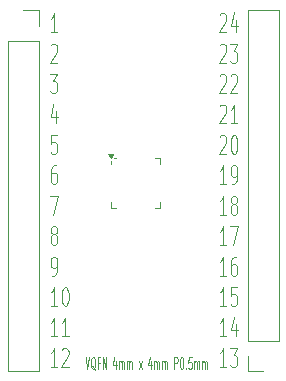
<source format=gbr>
%TF.GenerationSoftware,KiCad,Pcbnew,8.0.1-8.0.1-1~ubuntu22.04.1*%
%TF.CreationDate,2024-04-25T02:14:33+01:00*%
%TF.ProjectId,VQFN_breakout,5651464e-5f62-4726-9561-6b6f75742e6b,rev?*%
%TF.SameCoordinates,Original*%
%TF.FileFunction,Legend,Top*%
%TF.FilePolarity,Positive*%
%FSLAX46Y46*%
G04 Gerber Fmt 4.6, Leading zero omitted, Abs format (unit mm)*
G04 Created by KiCad (PCBNEW 8.0.1-8.0.1-1~ubuntu22.04.1) date 2024-04-25 02:14:33*
%MOMM*%
%LPD*%
G01*
G04 APERTURE LIST*
%ADD10C,0.100000*%
%ADD11C,0.120000*%
G04 APERTURE END LIST*
D10*
X143616265Y-103256361D02*
X143663884Y-103180170D01*
X143663884Y-103180170D02*
X143759122Y-103103980D01*
X143759122Y-103103980D02*
X143997217Y-103103980D01*
X143997217Y-103103980D02*
X144092455Y-103180170D01*
X144092455Y-103180170D02*
X144140074Y-103256361D01*
X144140074Y-103256361D02*
X144187693Y-103408742D01*
X144187693Y-103408742D02*
X144187693Y-103561123D01*
X144187693Y-103561123D02*
X144140074Y-103789694D01*
X144140074Y-103789694D02*
X143568646Y-104703980D01*
X143568646Y-104703980D02*
X144187693Y-104703980D01*
X145044836Y-103637313D02*
X145044836Y-104703980D01*
X144806741Y-103027790D02*
X144568646Y-104170647D01*
X144568646Y-104170647D02*
X145187693Y-104170647D01*
X143616265Y-105832271D02*
X143663884Y-105756080D01*
X143663884Y-105756080D02*
X143759122Y-105679890D01*
X143759122Y-105679890D02*
X143997217Y-105679890D01*
X143997217Y-105679890D02*
X144092455Y-105756080D01*
X144092455Y-105756080D02*
X144140074Y-105832271D01*
X144140074Y-105832271D02*
X144187693Y-105984652D01*
X144187693Y-105984652D02*
X144187693Y-106137033D01*
X144187693Y-106137033D02*
X144140074Y-106365604D01*
X144140074Y-106365604D02*
X143568646Y-107279890D01*
X143568646Y-107279890D02*
X144187693Y-107279890D01*
X144521027Y-105679890D02*
X145140074Y-105679890D01*
X145140074Y-105679890D02*
X144806741Y-106289414D01*
X144806741Y-106289414D02*
X144949598Y-106289414D01*
X144949598Y-106289414D02*
X145044836Y-106365604D01*
X145044836Y-106365604D02*
X145092455Y-106441795D01*
X145092455Y-106441795D02*
X145140074Y-106594176D01*
X145140074Y-106594176D02*
X145140074Y-106975128D01*
X145140074Y-106975128D02*
X145092455Y-107127509D01*
X145092455Y-107127509D02*
X145044836Y-107203700D01*
X145044836Y-107203700D02*
X144949598Y-107279890D01*
X144949598Y-107279890D02*
X144663884Y-107279890D01*
X144663884Y-107279890D02*
X144568646Y-107203700D01*
X144568646Y-107203700D02*
X144521027Y-107127509D01*
X143616265Y-108408181D02*
X143663884Y-108331990D01*
X143663884Y-108331990D02*
X143759122Y-108255800D01*
X143759122Y-108255800D02*
X143997217Y-108255800D01*
X143997217Y-108255800D02*
X144092455Y-108331990D01*
X144092455Y-108331990D02*
X144140074Y-108408181D01*
X144140074Y-108408181D02*
X144187693Y-108560562D01*
X144187693Y-108560562D02*
X144187693Y-108712943D01*
X144187693Y-108712943D02*
X144140074Y-108941514D01*
X144140074Y-108941514D02*
X143568646Y-109855800D01*
X143568646Y-109855800D02*
X144187693Y-109855800D01*
X144568646Y-108408181D02*
X144616265Y-108331990D01*
X144616265Y-108331990D02*
X144711503Y-108255800D01*
X144711503Y-108255800D02*
X144949598Y-108255800D01*
X144949598Y-108255800D02*
X145044836Y-108331990D01*
X145044836Y-108331990D02*
X145092455Y-108408181D01*
X145092455Y-108408181D02*
X145140074Y-108560562D01*
X145140074Y-108560562D02*
X145140074Y-108712943D01*
X145140074Y-108712943D02*
X145092455Y-108941514D01*
X145092455Y-108941514D02*
X144521027Y-109855800D01*
X144521027Y-109855800D02*
X145140074Y-109855800D01*
X143616265Y-110984091D02*
X143663884Y-110907900D01*
X143663884Y-110907900D02*
X143759122Y-110831710D01*
X143759122Y-110831710D02*
X143997217Y-110831710D01*
X143997217Y-110831710D02*
X144092455Y-110907900D01*
X144092455Y-110907900D02*
X144140074Y-110984091D01*
X144140074Y-110984091D02*
X144187693Y-111136472D01*
X144187693Y-111136472D02*
X144187693Y-111288853D01*
X144187693Y-111288853D02*
X144140074Y-111517424D01*
X144140074Y-111517424D02*
X143568646Y-112431710D01*
X143568646Y-112431710D02*
X144187693Y-112431710D01*
X145140074Y-112431710D02*
X144568646Y-112431710D01*
X144854360Y-112431710D02*
X144854360Y-110831710D01*
X144854360Y-110831710D02*
X144759122Y-111060281D01*
X144759122Y-111060281D02*
X144663884Y-111212662D01*
X144663884Y-111212662D02*
X144568646Y-111288853D01*
X143616265Y-113560001D02*
X143663884Y-113483810D01*
X143663884Y-113483810D02*
X143759122Y-113407620D01*
X143759122Y-113407620D02*
X143997217Y-113407620D01*
X143997217Y-113407620D02*
X144092455Y-113483810D01*
X144092455Y-113483810D02*
X144140074Y-113560001D01*
X144140074Y-113560001D02*
X144187693Y-113712382D01*
X144187693Y-113712382D02*
X144187693Y-113864763D01*
X144187693Y-113864763D02*
X144140074Y-114093334D01*
X144140074Y-114093334D02*
X143568646Y-115007620D01*
X143568646Y-115007620D02*
X144187693Y-115007620D01*
X144806741Y-113407620D02*
X144901979Y-113407620D01*
X144901979Y-113407620D02*
X144997217Y-113483810D01*
X144997217Y-113483810D02*
X145044836Y-113560001D01*
X145044836Y-113560001D02*
X145092455Y-113712382D01*
X145092455Y-113712382D02*
X145140074Y-114017144D01*
X145140074Y-114017144D02*
X145140074Y-114398096D01*
X145140074Y-114398096D02*
X145092455Y-114702858D01*
X145092455Y-114702858D02*
X145044836Y-114855239D01*
X145044836Y-114855239D02*
X144997217Y-114931430D01*
X144997217Y-114931430D02*
X144901979Y-115007620D01*
X144901979Y-115007620D02*
X144806741Y-115007620D01*
X144806741Y-115007620D02*
X144711503Y-114931430D01*
X144711503Y-114931430D02*
X144663884Y-114855239D01*
X144663884Y-114855239D02*
X144616265Y-114702858D01*
X144616265Y-114702858D02*
X144568646Y-114398096D01*
X144568646Y-114398096D02*
X144568646Y-114017144D01*
X144568646Y-114017144D02*
X144616265Y-113712382D01*
X144616265Y-113712382D02*
X144663884Y-113560001D01*
X144663884Y-113560001D02*
X144711503Y-113483810D01*
X144711503Y-113483810D02*
X144806741Y-113407620D01*
X144187693Y-117583530D02*
X143616265Y-117583530D01*
X143901979Y-117583530D02*
X143901979Y-115983530D01*
X143901979Y-115983530D02*
X143806741Y-116212101D01*
X143806741Y-116212101D02*
X143711503Y-116364482D01*
X143711503Y-116364482D02*
X143616265Y-116440673D01*
X144663884Y-117583530D02*
X144854360Y-117583530D01*
X144854360Y-117583530D02*
X144949598Y-117507340D01*
X144949598Y-117507340D02*
X144997217Y-117431149D01*
X144997217Y-117431149D02*
X145092455Y-117202578D01*
X145092455Y-117202578D02*
X145140074Y-116897816D01*
X145140074Y-116897816D02*
X145140074Y-116288292D01*
X145140074Y-116288292D02*
X145092455Y-116135911D01*
X145092455Y-116135911D02*
X145044836Y-116059720D01*
X145044836Y-116059720D02*
X144949598Y-115983530D01*
X144949598Y-115983530D02*
X144759122Y-115983530D01*
X144759122Y-115983530D02*
X144663884Y-116059720D01*
X144663884Y-116059720D02*
X144616265Y-116135911D01*
X144616265Y-116135911D02*
X144568646Y-116288292D01*
X144568646Y-116288292D02*
X144568646Y-116669244D01*
X144568646Y-116669244D02*
X144616265Y-116821625D01*
X144616265Y-116821625D02*
X144663884Y-116897816D01*
X144663884Y-116897816D02*
X144759122Y-116974006D01*
X144759122Y-116974006D02*
X144949598Y-116974006D01*
X144949598Y-116974006D02*
X145044836Y-116897816D01*
X145044836Y-116897816D02*
X145092455Y-116821625D01*
X145092455Y-116821625D02*
X145140074Y-116669244D01*
X144187693Y-120159440D02*
X143616265Y-120159440D01*
X143901979Y-120159440D02*
X143901979Y-118559440D01*
X143901979Y-118559440D02*
X143806741Y-118788011D01*
X143806741Y-118788011D02*
X143711503Y-118940392D01*
X143711503Y-118940392D02*
X143616265Y-119016583D01*
X144759122Y-119245154D02*
X144663884Y-119168964D01*
X144663884Y-119168964D02*
X144616265Y-119092773D01*
X144616265Y-119092773D02*
X144568646Y-118940392D01*
X144568646Y-118940392D02*
X144568646Y-118864202D01*
X144568646Y-118864202D02*
X144616265Y-118711821D01*
X144616265Y-118711821D02*
X144663884Y-118635630D01*
X144663884Y-118635630D02*
X144759122Y-118559440D01*
X144759122Y-118559440D02*
X144949598Y-118559440D01*
X144949598Y-118559440D02*
X145044836Y-118635630D01*
X145044836Y-118635630D02*
X145092455Y-118711821D01*
X145092455Y-118711821D02*
X145140074Y-118864202D01*
X145140074Y-118864202D02*
X145140074Y-118940392D01*
X145140074Y-118940392D02*
X145092455Y-119092773D01*
X145092455Y-119092773D02*
X145044836Y-119168964D01*
X145044836Y-119168964D02*
X144949598Y-119245154D01*
X144949598Y-119245154D02*
X144759122Y-119245154D01*
X144759122Y-119245154D02*
X144663884Y-119321345D01*
X144663884Y-119321345D02*
X144616265Y-119397535D01*
X144616265Y-119397535D02*
X144568646Y-119549916D01*
X144568646Y-119549916D02*
X144568646Y-119854678D01*
X144568646Y-119854678D02*
X144616265Y-120007059D01*
X144616265Y-120007059D02*
X144663884Y-120083250D01*
X144663884Y-120083250D02*
X144759122Y-120159440D01*
X144759122Y-120159440D02*
X144949598Y-120159440D01*
X144949598Y-120159440D02*
X145044836Y-120083250D01*
X145044836Y-120083250D02*
X145092455Y-120007059D01*
X145092455Y-120007059D02*
X145140074Y-119854678D01*
X145140074Y-119854678D02*
X145140074Y-119549916D01*
X145140074Y-119549916D02*
X145092455Y-119397535D01*
X145092455Y-119397535D02*
X145044836Y-119321345D01*
X145044836Y-119321345D02*
X144949598Y-119245154D01*
X144187693Y-122735350D02*
X143616265Y-122735350D01*
X143901979Y-122735350D02*
X143901979Y-121135350D01*
X143901979Y-121135350D02*
X143806741Y-121363921D01*
X143806741Y-121363921D02*
X143711503Y-121516302D01*
X143711503Y-121516302D02*
X143616265Y-121592493D01*
X144521027Y-121135350D02*
X145187693Y-121135350D01*
X145187693Y-121135350D02*
X144759122Y-122735350D01*
X144187693Y-125311260D02*
X143616265Y-125311260D01*
X143901979Y-125311260D02*
X143901979Y-123711260D01*
X143901979Y-123711260D02*
X143806741Y-123939831D01*
X143806741Y-123939831D02*
X143711503Y-124092212D01*
X143711503Y-124092212D02*
X143616265Y-124168403D01*
X145044836Y-123711260D02*
X144854360Y-123711260D01*
X144854360Y-123711260D02*
X144759122Y-123787450D01*
X144759122Y-123787450D02*
X144711503Y-123863641D01*
X144711503Y-123863641D02*
X144616265Y-124092212D01*
X144616265Y-124092212D02*
X144568646Y-124396974D01*
X144568646Y-124396974D02*
X144568646Y-125006498D01*
X144568646Y-125006498D02*
X144616265Y-125158879D01*
X144616265Y-125158879D02*
X144663884Y-125235070D01*
X144663884Y-125235070D02*
X144759122Y-125311260D01*
X144759122Y-125311260D02*
X144949598Y-125311260D01*
X144949598Y-125311260D02*
X145044836Y-125235070D01*
X145044836Y-125235070D02*
X145092455Y-125158879D01*
X145092455Y-125158879D02*
X145140074Y-125006498D01*
X145140074Y-125006498D02*
X145140074Y-124625546D01*
X145140074Y-124625546D02*
X145092455Y-124473165D01*
X145092455Y-124473165D02*
X145044836Y-124396974D01*
X145044836Y-124396974D02*
X144949598Y-124320784D01*
X144949598Y-124320784D02*
X144759122Y-124320784D01*
X144759122Y-124320784D02*
X144663884Y-124396974D01*
X144663884Y-124396974D02*
X144616265Y-124473165D01*
X144616265Y-124473165D02*
X144568646Y-124625546D01*
X144187693Y-127887170D02*
X143616265Y-127887170D01*
X143901979Y-127887170D02*
X143901979Y-126287170D01*
X143901979Y-126287170D02*
X143806741Y-126515741D01*
X143806741Y-126515741D02*
X143711503Y-126668122D01*
X143711503Y-126668122D02*
X143616265Y-126744313D01*
X145092455Y-126287170D02*
X144616265Y-126287170D01*
X144616265Y-126287170D02*
X144568646Y-127049075D01*
X144568646Y-127049075D02*
X144616265Y-126972884D01*
X144616265Y-126972884D02*
X144711503Y-126896694D01*
X144711503Y-126896694D02*
X144949598Y-126896694D01*
X144949598Y-126896694D02*
X145044836Y-126972884D01*
X145044836Y-126972884D02*
X145092455Y-127049075D01*
X145092455Y-127049075D02*
X145140074Y-127201456D01*
X145140074Y-127201456D02*
X145140074Y-127582408D01*
X145140074Y-127582408D02*
X145092455Y-127734789D01*
X145092455Y-127734789D02*
X145044836Y-127810980D01*
X145044836Y-127810980D02*
X144949598Y-127887170D01*
X144949598Y-127887170D02*
X144711503Y-127887170D01*
X144711503Y-127887170D02*
X144616265Y-127810980D01*
X144616265Y-127810980D02*
X144568646Y-127734789D01*
X144187693Y-130463080D02*
X143616265Y-130463080D01*
X143901979Y-130463080D02*
X143901979Y-128863080D01*
X143901979Y-128863080D02*
X143806741Y-129091651D01*
X143806741Y-129091651D02*
X143711503Y-129244032D01*
X143711503Y-129244032D02*
X143616265Y-129320223D01*
X145044836Y-129396413D02*
X145044836Y-130463080D01*
X144806741Y-128786890D02*
X144568646Y-129929747D01*
X144568646Y-129929747D02*
X145187693Y-129929747D01*
X144187693Y-133038990D02*
X143616265Y-133038990D01*
X143901979Y-133038990D02*
X143901979Y-131438990D01*
X143901979Y-131438990D02*
X143806741Y-131667561D01*
X143806741Y-131667561D02*
X143711503Y-131819942D01*
X143711503Y-131819942D02*
X143616265Y-131896133D01*
X144521027Y-131438990D02*
X145140074Y-131438990D01*
X145140074Y-131438990D02*
X144806741Y-132048514D01*
X144806741Y-132048514D02*
X144949598Y-132048514D01*
X144949598Y-132048514D02*
X145044836Y-132124704D01*
X145044836Y-132124704D02*
X145092455Y-132200895D01*
X145092455Y-132200895D02*
X145140074Y-132353276D01*
X145140074Y-132353276D02*
X145140074Y-132734228D01*
X145140074Y-132734228D02*
X145092455Y-132886609D01*
X145092455Y-132886609D02*
X145044836Y-132962800D01*
X145044836Y-132962800D02*
X144949598Y-133038990D01*
X144949598Y-133038990D02*
X144663884Y-133038990D01*
X144663884Y-133038990D02*
X144568646Y-132962800D01*
X144568646Y-132962800D02*
X144521027Y-132886609D01*
X129887693Y-104703980D02*
X129316265Y-104703980D01*
X129601979Y-104703980D02*
X129601979Y-103103980D01*
X129601979Y-103103980D02*
X129506741Y-103332551D01*
X129506741Y-103332551D02*
X129411503Y-103484932D01*
X129411503Y-103484932D02*
X129316265Y-103561123D01*
X129316265Y-105832271D02*
X129363884Y-105756080D01*
X129363884Y-105756080D02*
X129459122Y-105679890D01*
X129459122Y-105679890D02*
X129697217Y-105679890D01*
X129697217Y-105679890D02*
X129792455Y-105756080D01*
X129792455Y-105756080D02*
X129840074Y-105832271D01*
X129840074Y-105832271D02*
X129887693Y-105984652D01*
X129887693Y-105984652D02*
X129887693Y-106137033D01*
X129887693Y-106137033D02*
X129840074Y-106365604D01*
X129840074Y-106365604D02*
X129268646Y-107279890D01*
X129268646Y-107279890D02*
X129887693Y-107279890D01*
X129268646Y-108255800D02*
X129887693Y-108255800D01*
X129887693Y-108255800D02*
X129554360Y-108865324D01*
X129554360Y-108865324D02*
X129697217Y-108865324D01*
X129697217Y-108865324D02*
X129792455Y-108941514D01*
X129792455Y-108941514D02*
X129840074Y-109017705D01*
X129840074Y-109017705D02*
X129887693Y-109170086D01*
X129887693Y-109170086D02*
X129887693Y-109551038D01*
X129887693Y-109551038D02*
X129840074Y-109703419D01*
X129840074Y-109703419D02*
X129792455Y-109779610D01*
X129792455Y-109779610D02*
X129697217Y-109855800D01*
X129697217Y-109855800D02*
X129411503Y-109855800D01*
X129411503Y-109855800D02*
X129316265Y-109779610D01*
X129316265Y-109779610D02*
X129268646Y-109703419D01*
X129792455Y-111365043D02*
X129792455Y-112431710D01*
X129554360Y-110755520D02*
X129316265Y-111898377D01*
X129316265Y-111898377D02*
X129935312Y-111898377D01*
X129840074Y-113407620D02*
X129363884Y-113407620D01*
X129363884Y-113407620D02*
X129316265Y-114169525D01*
X129316265Y-114169525D02*
X129363884Y-114093334D01*
X129363884Y-114093334D02*
X129459122Y-114017144D01*
X129459122Y-114017144D02*
X129697217Y-114017144D01*
X129697217Y-114017144D02*
X129792455Y-114093334D01*
X129792455Y-114093334D02*
X129840074Y-114169525D01*
X129840074Y-114169525D02*
X129887693Y-114321906D01*
X129887693Y-114321906D02*
X129887693Y-114702858D01*
X129887693Y-114702858D02*
X129840074Y-114855239D01*
X129840074Y-114855239D02*
X129792455Y-114931430D01*
X129792455Y-114931430D02*
X129697217Y-115007620D01*
X129697217Y-115007620D02*
X129459122Y-115007620D01*
X129459122Y-115007620D02*
X129363884Y-114931430D01*
X129363884Y-114931430D02*
X129316265Y-114855239D01*
X129792455Y-115983530D02*
X129601979Y-115983530D01*
X129601979Y-115983530D02*
X129506741Y-116059720D01*
X129506741Y-116059720D02*
X129459122Y-116135911D01*
X129459122Y-116135911D02*
X129363884Y-116364482D01*
X129363884Y-116364482D02*
X129316265Y-116669244D01*
X129316265Y-116669244D02*
X129316265Y-117278768D01*
X129316265Y-117278768D02*
X129363884Y-117431149D01*
X129363884Y-117431149D02*
X129411503Y-117507340D01*
X129411503Y-117507340D02*
X129506741Y-117583530D01*
X129506741Y-117583530D02*
X129697217Y-117583530D01*
X129697217Y-117583530D02*
X129792455Y-117507340D01*
X129792455Y-117507340D02*
X129840074Y-117431149D01*
X129840074Y-117431149D02*
X129887693Y-117278768D01*
X129887693Y-117278768D02*
X129887693Y-116897816D01*
X129887693Y-116897816D02*
X129840074Y-116745435D01*
X129840074Y-116745435D02*
X129792455Y-116669244D01*
X129792455Y-116669244D02*
X129697217Y-116593054D01*
X129697217Y-116593054D02*
X129506741Y-116593054D01*
X129506741Y-116593054D02*
X129411503Y-116669244D01*
X129411503Y-116669244D02*
X129363884Y-116745435D01*
X129363884Y-116745435D02*
X129316265Y-116897816D01*
X129268646Y-118559440D02*
X129935312Y-118559440D01*
X129935312Y-118559440D02*
X129506741Y-120159440D01*
X129506741Y-121821064D02*
X129411503Y-121744874D01*
X129411503Y-121744874D02*
X129363884Y-121668683D01*
X129363884Y-121668683D02*
X129316265Y-121516302D01*
X129316265Y-121516302D02*
X129316265Y-121440112D01*
X129316265Y-121440112D02*
X129363884Y-121287731D01*
X129363884Y-121287731D02*
X129411503Y-121211540D01*
X129411503Y-121211540D02*
X129506741Y-121135350D01*
X129506741Y-121135350D02*
X129697217Y-121135350D01*
X129697217Y-121135350D02*
X129792455Y-121211540D01*
X129792455Y-121211540D02*
X129840074Y-121287731D01*
X129840074Y-121287731D02*
X129887693Y-121440112D01*
X129887693Y-121440112D02*
X129887693Y-121516302D01*
X129887693Y-121516302D02*
X129840074Y-121668683D01*
X129840074Y-121668683D02*
X129792455Y-121744874D01*
X129792455Y-121744874D02*
X129697217Y-121821064D01*
X129697217Y-121821064D02*
X129506741Y-121821064D01*
X129506741Y-121821064D02*
X129411503Y-121897255D01*
X129411503Y-121897255D02*
X129363884Y-121973445D01*
X129363884Y-121973445D02*
X129316265Y-122125826D01*
X129316265Y-122125826D02*
X129316265Y-122430588D01*
X129316265Y-122430588D02*
X129363884Y-122582969D01*
X129363884Y-122582969D02*
X129411503Y-122659160D01*
X129411503Y-122659160D02*
X129506741Y-122735350D01*
X129506741Y-122735350D02*
X129697217Y-122735350D01*
X129697217Y-122735350D02*
X129792455Y-122659160D01*
X129792455Y-122659160D02*
X129840074Y-122582969D01*
X129840074Y-122582969D02*
X129887693Y-122430588D01*
X129887693Y-122430588D02*
X129887693Y-122125826D01*
X129887693Y-122125826D02*
X129840074Y-121973445D01*
X129840074Y-121973445D02*
X129792455Y-121897255D01*
X129792455Y-121897255D02*
X129697217Y-121821064D01*
X129411503Y-125311260D02*
X129601979Y-125311260D01*
X129601979Y-125311260D02*
X129697217Y-125235070D01*
X129697217Y-125235070D02*
X129744836Y-125158879D01*
X129744836Y-125158879D02*
X129840074Y-124930308D01*
X129840074Y-124930308D02*
X129887693Y-124625546D01*
X129887693Y-124625546D02*
X129887693Y-124016022D01*
X129887693Y-124016022D02*
X129840074Y-123863641D01*
X129840074Y-123863641D02*
X129792455Y-123787450D01*
X129792455Y-123787450D02*
X129697217Y-123711260D01*
X129697217Y-123711260D02*
X129506741Y-123711260D01*
X129506741Y-123711260D02*
X129411503Y-123787450D01*
X129411503Y-123787450D02*
X129363884Y-123863641D01*
X129363884Y-123863641D02*
X129316265Y-124016022D01*
X129316265Y-124016022D02*
X129316265Y-124396974D01*
X129316265Y-124396974D02*
X129363884Y-124549355D01*
X129363884Y-124549355D02*
X129411503Y-124625546D01*
X129411503Y-124625546D02*
X129506741Y-124701736D01*
X129506741Y-124701736D02*
X129697217Y-124701736D01*
X129697217Y-124701736D02*
X129792455Y-124625546D01*
X129792455Y-124625546D02*
X129840074Y-124549355D01*
X129840074Y-124549355D02*
X129887693Y-124396974D01*
X129887693Y-127887170D02*
X129316265Y-127887170D01*
X129601979Y-127887170D02*
X129601979Y-126287170D01*
X129601979Y-126287170D02*
X129506741Y-126515741D01*
X129506741Y-126515741D02*
X129411503Y-126668122D01*
X129411503Y-126668122D02*
X129316265Y-126744313D01*
X130506741Y-126287170D02*
X130601979Y-126287170D01*
X130601979Y-126287170D02*
X130697217Y-126363360D01*
X130697217Y-126363360D02*
X130744836Y-126439551D01*
X130744836Y-126439551D02*
X130792455Y-126591932D01*
X130792455Y-126591932D02*
X130840074Y-126896694D01*
X130840074Y-126896694D02*
X130840074Y-127277646D01*
X130840074Y-127277646D02*
X130792455Y-127582408D01*
X130792455Y-127582408D02*
X130744836Y-127734789D01*
X130744836Y-127734789D02*
X130697217Y-127810980D01*
X130697217Y-127810980D02*
X130601979Y-127887170D01*
X130601979Y-127887170D02*
X130506741Y-127887170D01*
X130506741Y-127887170D02*
X130411503Y-127810980D01*
X130411503Y-127810980D02*
X130363884Y-127734789D01*
X130363884Y-127734789D02*
X130316265Y-127582408D01*
X130316265Y-127582408D02*
X130268646Y-127277646D01*
X130268646Y-127277646D02*
X130268646Y-126896694D01*
X130268646Y-126896694D02*
X130316265Y-126591932D01*
X130316265Y-126591932D02*
X130363884Y-126439551D01*
X130363884Y-126439551D02*
X130411503Y-126363360D01*
X130411503Y-126363360D02*
X130506741Y-126287170D01*
X129887693Y-130463080D02*
X129316265Y-130463080D01*
X129601979Y-130463080D02*
X129601979Y-128863080D01*
X129601979Y-128863080D02*
X129506741Y-129091651D01*
X129506741Y-129091651D02*
X129411503Y-129244032D01*
X129411503Y-129244032D02*
X129316265Y-129320223D01*
X130840074Y-130463080D02*
X130268646Y-130463080D01*
X130554360Y-130463080D02*
X130554360Y-128863080D01*
X130554360Y-128863080D02*
X130459122Y-129091651D01*
X130459122Y-129091651D02*
X130363884Y-129244032D01*
X130363884Y-129244032D02*
X130268646Y-129320223D01*
X129887693Y-133038990D02*
X129316265Y-133038990D01*
X129601979Y-133038990D02*
X129601979Y-131438990D01*
X129601979Y-131438990D02*
X129506741Y-131667561D01*
X129506741Y-131667561D02*
X129411503Y-131819942D01*
X129411503Y-131819942D02*
X129316265Y-131896133D01*
X130268646Y-131591371D02*
X130316265Y-131515180D01*
X130316265Y-131515180D02*
X130411503Y-131438990D01*
X130411503Y-131438990D02*
X130649598Y-131438990D01*
X130649598Y-131438990D02*
X130744836Y-131515180D01*
X130744836Y-131515180D02*
X130792455Y-131591371D01*
X130792455Y-131591371D02*
X130840074Y-131743752D01*
X130840074Y-131743752D02*
X130840074Y-131896133D01*
X130840074Y-131896133D02*
X130792455Y-132124704D01*
X130792455Y-132124704D02*
X130221027Y-133038990D01*
X130221027Y-133038990D02*
X130840074Y-133038990D01*
X132273408Y-132212419D02*
X132440074Y-133212419D01*
X132440074Y-133212419D02*
X132606741Y-132212419D01*
X133106740Y-133307657D02*
X133059121Y-133260038D01*
X133059121Y-133260038D02*
X133011502Y-133164800D01*
X133011502Y-133164800D02*
X132940074Y-133021942D01*
X132940074Y-133021942D02*
X132892455Y-132974323D01*
X132892455Y-132974323D02*
X132844836Y-132974323D01*
X132868645Y-133212419D02*
X132821026Y-133164800D01*
X132821026Y-133164800D02*
X132773407Y-133069561D01*
X132773407Y-133069561D02*
X132749598Y-132879085D01*
X132749598Y-132879085D02*
X132749598Y-132545752D01*
X132749598Y-132545752D02*
X132773407Y-132355276D01*
X132773407Y-132355276D02*
X132821026Y-132260038D01*
X132821026Y-132260038D02*
X132868645Y-132212419D01*
X132868645Y-132212419D02*
X132963883Y-132212419D01*
X132963883Y-132212419D02*
X133011502Y-132260038D01*
X133011502Y-132260038D02*
X133059121Y-132355276D01*
X133059121Y-132355276D02*
X133082931Y-132545752D01*
X133082931Y-132545752D02*
X133082931Y-132879085D01*
X133082931Y-132879085D02*
X133059121Y-133069561D01*
X133059121Y-133069561D02*
X133011502Y-133164800D01*
X133011502Y-133164800D02*
X132963883Y-133212419D01*
X132963883Y-133212419D02*
X132868645Y-133212419D01*
X133463884Y-132688609D02*
X133297217Y-132688609D01*
X133297217Y-133212419D02*
X133297217Y-132212419D01*
X133297217Y-132212419D02*
X133535312Y-132212419D01*
X133725788Y-133212419D02*
X133725788Y-132212419D01*
X133725788Y-132212419D02*
X134011502Y-133212419D01*
X134011502Y-133212419D02*
X134011502Y-132212419D01*
X134844836Y-132545752D02*
X134844836Y-133212419D01*
X134725788Y-132164800D02*
X134606741Y-132879085D01*
X134606741Y-132879085D02*
X134916264Y-132879085D01*
X135106740Y-133212419D02*
X135106740Y-132545752D01*
X135106740Y-132640990D02*
X135130550Y-132593371D01*
X135130550Y-132593371D02*
X135178169Y-132545752D01*
X135178169Y-132545752D02*
X135249597Y-132545752D01*
X135249597Y-132545752D02*
X135297216Y-132593371D01*
X135297216Y-132593371D02*
X135321026Y-132688609D01*
X135321026Y-132688609D02*
X135321026Y-133212419D01*
X135321026Y-132688609D02*
X135344835Y-132593371D01*
X135344835Y-132593371D02*
X135392454Y-132545752D01*
X135392454Y-132545752D02*
X135463883Y-132545752D01*
X135463883Y-132545752D02*
X135511502Y-132593371D01*
X135511502Y-132593371D02*
X135535312Y-132688609D01*
X135535312Y-132688609D02*
X135535312Y-133212419D01*
X135773407Y-133212419D02*
X135773407Y-132545752D01*
X135773407Y-132640990D02*
X135797217Y-132593371D01*
X135797217Y-132593371D02*
X135844836Y-132545752D01*
X135844836Y-132545752D02*
X135916264Y-132545752D01*
X135916264Y-132545752D02*
X135963883Y-132593371D01*
X135963883Y-132593371D02*
X135987693Y-132688609D01*
X135987693Y-132688609D02*
X135987693Y-133212419D01*
X135987693Y-132688609D02*
X136011502Y-132593371D01*
X136011502Y-132593371D02*
X136059121Y-132545752D01*
X136059121Y-132545752D02*
X136130550Y-132545752D01*
X136130550Y-132545752D02*
X136178169Y-132593371D01*
X136178169Y-132593371D02*
X136201979Y-132688609D01*
X136201979Y-132688609D02*
X136201979Y-133212419D01*
X136773407Y-133212419D02*
X137035312Y-132545752D01*
X136773407Y-132545752D02*
X137035312Y-133212419D01*
X137821026Y-132545752D02*
X137821026Y-133212419D01*
X137701978Y-132164800D02*
X137582931Y-132879085D01*
X137582931Y-132879085D02*
X137892454Y-132879085D01*
X138082930Y-133212419D02*
X138082930Y-132545752D01*
X138082930Y-132640990D02*
X138106740Y-132593371D01*
X138106740Y-132593371D02*
X138154359Y-132545752D01*
X138154359Y-132545752D02*
X138225787Y-132545752D01*
X138225787Y-132545752D02*
X138273406Y-132593371D01*
X138273406Y-132593371D02*
X138297216Y-132688609D01*
X138297216Y-132688609D02*
X138297216Y-133212419D01*
X138297216Y-132688609D02*
X138321025Y-132593371D01*
X138321025Y-132593371D02*
X138368644Y-132545752D01*
X138368644Y-132545752D02*
X138440073Y-132545752D01*
X138440073Y-132545752D02*
X138487692Y-132593371D01*
X138487692Y-132593371D02*
X138511502Y-132688609D01*
X138511502Y-132688609D02*
X138511502Y-133212419D01*
X138749597Y-133212419D02*
X138749597Y-132545752D01*
X138749597Y-132640990D02*
X138773407Y-132593371D01*
X138773407Y-132593371D02*
X138821026Y-132545752D01*
X138821026Y-132545752D02*
X138892454Y-132545752D01*
X138892454Y-132545752D02*
X138940073Y-132593371D01*
X138940073Y-132593371D02*
X138963883Y-132688609D01*
X138963883Y-132688609D02*
X138963883Y-133212419D01*
X138963883Y-132688609D02*
X138987692Y-132593371D01*
X138987692Y-132593371D02*
X139035311Y-132545752D01*
X139035311Y-132545752D02*
X139106740Y-132545752D01*
X139106740Y-132545752D02*
X139154359Y-132593371D01*
X139154359Y-132593371D02*
X139178169Y-132688609D01*
X139178169Y-132688609D02*
X139178169Y-133212419D01*
X139797216Y-133212419D02*
X139797216Y-132212419D01*
X139797216Y-132212419D02*
X139987692Y-132212419D01*
X139987692Y-132212419D02*
X140035311Y-132260038D01*
X140035311Y-132260038D02*
X140059121Y-132307657D01*
X140059121Y-132307657D02*
X140082930Y-132402895D01*
X140082930Y-132402895D02*
X140082930Y-132545752D01*
X140082930Y-132545752D02*
X140059121Y-132640990D01*
X140059121Y-132640990D02*
X140035311Y-132688609D01*
X140035311Y-132688609D02*
X139987692Y-132736228D01*
X139987692Y-132736228D02*
X139797216Y-132736228D01*
X140392454Y-132212419D02*
X140440073Y-132212419D01*
X140440073Y-132212419D02*
X140487692Y-132260038D01*
X140487692Y-132260038D02*
X140511502Y-132307657D01*
X140511502Y-132307657D02*
X140535311Y-132402895D01*
X140535311Y-132402895D02*
X140559121Y-132593371D01*
X140559121Y-132593371D02*
X140559121Y-132831466D01*
X140559121Y-132831466D02*
X140535311Y-133021942D01*
X140535311Y-133021942D02*
X140511502Y-133117180D01*
X140511502Y-133117180D02*
X140487692Y-133164800D01*
X140487692Y-133164800D02*
X140440073Y-133212419D01*
X140440073Y-133212419D02*
X140392454Y-133212419D01*
X140392454Y-133212419D02*
X140344835Y-133164800D01*
X140344835Y-133164800D02*
X140321026Y-133117180D01*
X140321026Y-133117180D02*
X140297216Y-133021942D01*
X140297216Y-133021942D02*
X140273407Y-132831466D01*
X140273407Y-132831466D02*
X140273407Y-132593371D01*
X140273407Y-132593371D02*
X140297216Y-132402895D01*
X140297216Y-132402895D02*
X140321026Y-132307657D01*
X140321026Y-132307657D02*
X140344835Y-132260038D01*
X140344835Y-132260038D02*
X140392454Y-132212419D01*
X140773406Y-133117180D02*
X140797216Y-133164800D01*
X140797216Y-133164800D02*
X140773406Y-133212419D01*
X140773406Y-133212419D02*
X140749597Y-133164800D01*
X140749597Y-133164800D02*
X140773406Y-133117180D01*
X140773406Y-133117180D02*
X140773406Y-133212419D01*
X141249596Y-132212419D02*
X141011501Y-132212419D01*
X141011501Y-132212419D02*
X140987692Y-132688609D01*
X140987692Y-132688609D02*
X141011501Y-132640990D01*
X141011501Y-132640990D02*
X141059120Y-132593371D01*
X141059120Y-132593371D02*
X141178168Y-132593371D01*
X141178168Y-132593371D02*
X141225787Y-132640990D01*
X141225787Y-132640990D02*
X141249596Y-132688609D01*
X141249596Y-132688609D02*
X141273406Y-132783847D01*
X141273406Y-132783847D02*
X141273406Y-133021942D01*
X141273406Y-133021942D02*
X141249596Y-133117180D01*
X141249596Y-133117180D02*
X141225787Y-133164800D01*
X141225787Y-133164800D02*
X141178168Y-133212419D01*
X141178168Y-133212419D02*
X141059120Y-133212419D01*
X141059120Y-133212419D02*
X141011501Y-133164800D01*
X141011501Y-133164800D02*
X140987692Y-133117180D01*
X141487691Y-133212419D02*
X141487691Y-132545752D01*
X141487691Y-132640990D02*
X141511501Y-132593371D01*
X141511501Y-132593371D02*
X141559120Y-132545752D01*
X141559120Y-132545752D02*
X141630548Y-132545752D01*
X141630548Y-132545752D02*
X141678167Y-132593371D01*
X141678167Y-132593371D02*
X141701977Y-132688609D01*
X141701977Y-132688609D02*
X141701977Y-133212419D01*
X141701977Y-132688609D02*
X141725786Y-132593371D01*
X141725786Y-132593371D02*
X141773405Y-132545752D01*
X141773405Y-132545752D02*
X141844834Y-132545752D01*
X141844834Y-132545752D02*
X141892453Y-132593371D01*
X141892453Y-132593371D02*
X141916263Y-132688609D01*
X141916263Y-132688609D02*
X141916263Y-133212419D01*
X142154358Y-133212419D02*
X142154358Y-132545752D01*
X142154358Y-132640990D02*
X142178168Y-132593371D01*
X142178168Y-132593371D02*
X142225787Y-132545752D01*
X142225787Y-132545752D02*
X142297215Y-132545752D01*
X142297215Y-132545752D02*
X142344834Y-132593371D01*
X142344834Y-132593371D02*
X142368644Y-132688609D01*
X142368644Y-132688609D02*
X142368644Y-133212419D01*
X142368644Y-132688609D02*
X142392453Y-132593371D01*
X142392453Y-132593371D02*
X142440072Y-132545752D01*
X142440072Y-132545752D02*
X142511501Y-132545752D01*
X142511501Y-132545752D02*
X142559120Y-132593371D01*
X142559120Y-132593371D02*
X142582930Y-132688609D01*
X142582930Y-132688609D02*
X142582930Y-133212419D01*
D11*
%TO.C,J2*%
X148650000Y-130810000D02*
X148650000Y-102810000D01*
X148650000Y-130810000D02*
X145990000Y-130810000D01*
X148650000Y-102810000D02*
X145990000Y-102810000D01*
X147320000Y-133410000D02*
X145990000Y-133410000D01*
X145990000Y-133410000D02*
X145990000Y-132080000D01*
X145990000Y-130810000D02*
X145990000Y-102810000D01*
%TO.C,J1*%
X125670000Y-105410000D02*
X125670000Y-133410000D01*
X125670000Y-105410000D02*
X128330000Y-105410000D01*
X125670000Y-133410000D02*
X128330000Y-133410000D01*
X127000000Y-102810000D02*
X128330000Y-102810000D01*
X128330000Y-102810000D02*
X128330000Y-104140000D01*
X128330000Y-105410000D02*
X128330000Y-133410000D01*
%TO.C,U1*%
X134400000Y-115855000D02*
X134400000Y-115620000D01*
X134400000Y-119600000D02*
X134400000Y-119125000D01*
X134875000Y-115380000D02*
X134700000Y-115380000D01*
X134875000Y-119600000D02*
X134400000Y-119600000D01*
X138145000Y-115380000D02*
X138620000Y-115380000D01*
X138145000Y-119600000D02*
X138620000Y-119600000D01*
X138620000Y-115380000D02*
X138620000Y-115855000D01*
X138620000Y-119600000D02*
X138620000Y-119125000D01*
X134400000Y-115380000D02*
X134160000Y-115050000D01*
X134640000Y-115050000D01*
X134400000Y-115380000D01*
G36*
X134400000Y-115380000D02*
G01*
X134160000Y-115050000D01*
X134640000Y-115050000D01*
X134400000Y-115380000D01*
G37*
%TD*%
M02*

</source>
